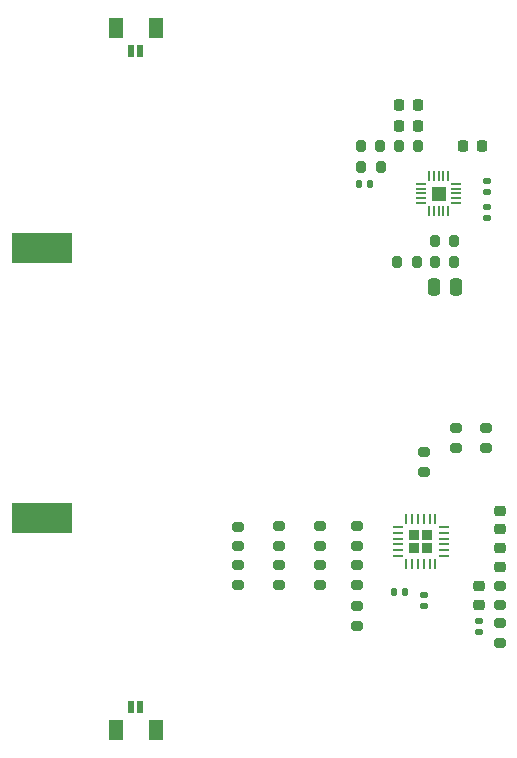
<source format=gtp>
%TF.GenerationSoftware,KiCad,Pcbnew,(6.0.0)*%
%TF.CreationDate,2022-08-30T12:58:24+02:00*%
%TF.ProjectId,OBJEX-EHDK_v1.0,4f424a45-582d-4454-9844-4b5f76312e30,1.0*%
%TF.SameCoordinates,Original*%
%TF.FileFunction,Paste,Top*%
%TF.FilePolarity,Positive*%
%FSLAX46Y46*%
G04 Gerber Fmt 4.6, Leading zero omitted, Abs format (unit mm)*
G04 Created by KiCad (PCBNEW (6.0.0)) date 2022-08-30 12:58:24*
%MOMM*%
%LPD*%
G01*
G04 APERTURE LIST*
G04 Aperture macros list*
%AMRoundRect*
0 Rectangle with rounded corners*
0 $1 Rounding radius*
0 $2 $3 $4 $5 $6 $7 $8 $9 X,Y pos of 4 corners*
0 Add a 4 corners polygon primitive as box body*
4,1,4,$2,$3,$4,$5,$6,$7,$8,$9,$2,$3,0*
0 Add four circle primitives for the rounded corners*
1,1,$1+$1,$2,$3*
1,1,$1+$1,$4,$5*
1,1,$1+$1,$6,$7*
1,1,$1+$1,$8,$9*
0 Add four rect primitives between the rounded corners*
20,1,$1+$1,$2,$3,$4,$5,0*
20,1,$1+$1,$4,$5,$6,$7,0*
20,1,$1+$1,$6,$7,$8,$9,0*
20,1,$1+$1,$8,$9,$2,$3,0*%
G04 Aperture macros list end*
%ADD10C,0.010000*%
%ADD11RoundRect,0.200000X-0.275000X0.200000X-0.275000X-0.200000X0.275000X-0.200000X0.275000X0.200000X0*%
%ADD12RoundRect,0.232500X-0.232500X-0.232500X0.232500X-0.232500X0.232500X0.232500X-0.232500X0.232500X0*%
%ADD13RoundRect,0.062500X-0.375000X-0.062500X0.375000X-0.062500X0.375000X0.062500X-0.375000X0.062500X0*%
%ADD14RoundRect,0.062500X-0.062500X-0.375000X0.062500X-0.375000X0.062500X0.375000X-0.062500X0.375000X0*%
%ADD15R,0.500000X1.000000*%
%ADD16R,1.200000X1.700000*%
%ADD17RoundRect,0.200000X0.200000X0.275000X-0.200000X0.275000X-0.200000X-0.275000X0.200000X-0.275000X0*%
%ADD18R,5.100000X2.500000*%
%ADD19RoundRect,0.225000X0.225000X0.250000X-0.225000X0.250000X-0.225000X-0.250000X0.225000X-0.250000X0*%
%ADD20RoundRect,0.140000X-0.170000X0.140000X-0.170000X-0.140000X0.170000X-0.140000X0.170000X0.140000X0*%
%ADD21RoundRect,0.140000X0.140000X0.170000X-0.140000X0.170000X-0.140000X-0.170000X0.140000X-0.170000X0*%
%ADD22RoundRect,0.250000X0.250000X0.475000X-0.250000X0.475000X-0.250000X-0.475000X0.250000X-0.475000X0*%
%ADD23RoundRect,0.200000X0.275000X-0.200000X0.275000X0.200000X-0.275000X0.200000X-0.275000X-0.200000X0*%
%ADD24RoundRect,0.218750X0.256250X-0.218750X0.256250X0.218750X-0.256250X0.218750X-0.256250X-0.218750X0*%
%ADD25RoundRect,0.225000X0.250000X-0.225000X0.250000X0.225000X-0.250000X0.225000X-0.250000X-0.225000X0*%
%ADD26O,0.850000X0.200000*%
%ADD27O,0.200000X0.850000*%
%ADD28RoundRect,0.218750X0.218750X0.256250X-0.218750X0.256250X-0.218750X-0.256250X0.218750X-0.256250X0*%
%ADD29RoundRect,0.140000X0.170000X-0.140000X0.170000X0.140000X-0.170000X0.140000X-0.170000X-0.140000X0*%
%ADD30RoundRect,0.225000X-0.250000X0.225000X-0.250000X-0.225000X0.250000X-0.225000X0.250000X0.225000X0*%
G04 APERTURE END LIST*
D10*
%TO.C,U1*%
X134809610Y-74410000D02*
X135890000Y-74410000D01*
X135890000Y-74410000D02*
X135890000Y-75490390D01*
X135890000Y-75490390D02*
X134809610Y-75490390D01*
X134809610Y-75490390D02*
X134809610Y-74410000D01*
G36*
X135890000Y-75490390D02*
G01*
X134809610Y-75490390D01*
X134809610Y-74410000D01*
X135890000Y-74410000D01*
X135890000Y-75490390D01*
G37*
X135890000Y-75490390D02*
X134809610Y-75490390D01*
X134809610Y-74410000D01*
X135890000Y-74410000D01*
X135890000Y-75490390D01*
%TD*%
D11*
%TO.C,R13*%
X121825000Y-106425000D03*
X121825000Y-108075000D03*
%TD*%
D12*
%TO.C,U2*%
X133250000Y-103850000D03*
X134400000Y-103850000D03*
X133250000Y-105000000D03*
X134400000Y-105000000D03*
D13*
X131887500Y-103175000D03*
X131887500Y-103675000D03*
X131887500Y-104175000D03*
X131887500Y-104675000D03*
X131887500Y-105175000D03*
X131887500Y-105675000D03*
D14*
X132575000Y-106362500D03*
X133075000Y-106362500D03*
X133575000Y-106362500D03*
X134075000Y-106362500D03*
X134575000Y-106362500D03*
X135075000Y-106362500D03*
D13*
X135762500Y-105675000D03*
X135762500Y-105175000D03*
X135762500Y-104675000D03*
X135762500Y-104175000D03*
X135762500Y-103675000D03*
X135762500Y-103175000D03*
D14*
X135075000Y-102487500D03*
X134575000Y-102487500D03*
X134075000Y-102487500D03*
X133575000Y-102487500D03*
X133075000Y-102487500D03*
X132575000Y-102487500D03*
%TD*%
D11*
%TO.C,R12*%
X121825000Y-103150000D03*
X121825000Y-104800000D03*
%TD*%
D15*
%TO.C,J2*%
X110100000Y-62875000D03*
X109300000Y-62875000D03*
D16*
X111400000Y-60925000D03*
X108000000Y-60925000D03*
%TD*%
D17*
%TO.C,R2*%
X136650000Y-79000000D03*
X135000000Y-79000000D03*
%TD*%
D18*
%TO.C,BT1*%
X101800000Y-79550000D03*
X101800000Y-102450000D03*
%TD*%
D19*
%TO.C,C1*%
X133575000Y-67475000D03*
X132025000Y-67475000D03*
%TD*%
D17*
%TO.C,R3*%
X133475000Y-80800000D03*
X131825000Y-80800000D03*
%TD*%
D20*
%TO.C,C6*%
X139450000Y-76070000D03*
X139450000Y-77030000D03*
%TD*%
D21*
%TO.C,C3*%
X129530000Y-74125000D03*
X128570000Y-74125000D03*
%TD*%
D17*
%TO.C,R4*%
X133625000Y-70975000D03*
X131975000Y-70975000D03*
%TD*%
D15*
%TO.C,J5*%
X109300000Y-118425000D03*
X110100000Y-118425000D03*
D16*
X108000000Y-120375000D03*
X111400000Y-120375000D03*
%TD*%
D22*
%TO.C,C4*%
X136850000Y-82850000D03*
X134950000Y-82850000D03*
%TD*%
D23*
%TO.C,R8*%
X136775000Y-96500000D03*
X136775000Y-94850000D03*
%TD*%
D21*
%TO.C,C7*%
X132505000Y-108725000D03*
X131545000Y-108725000D03*
%TD*%
D11*
%TO.C,R16*%
X125275000Y-103150000D03*
X125275000Y-104800000D03*
%TD*%
%TO.C,R20*%
X128425000Y-109900000D03*
X128425000Y-111550000D03*
%TD*%
%TO.C,R15*%
X140500000Y-111350000D03*
X140500000Y-113000000D03*
%TD*%
%TO.C,R19*%
X128425000Y-106425000D03*
X128425000Y-108075000D03*
%TD*%
%TO.C,R17*%
X125275000Y-106425000D03*
X125275000Y-108075000D03*
%TD*%
D24*
%TO.C,L2*%
X138800000Y-109762500D03*
X138800000Y-108187500D03*
%TD*%
D25*
%TO.C,C9*%
X140500000Y-103375000D03*
X140500000Y-101825000D03*
%TD*%
D26*
%TO.C,U1*%
X133850000Y-74150000D03*
X133850000Y-74550000D03*
X133850000Y-74950000D03*
X133850000Y-75350000D03*
X133850000Y-75750000D03*
D27*
X134550000Y-76450000D03*
X134950000Y-76450000D03*
X135350000Y-76450000D03*
X135750000Y-76450000D03*
X136150000Y-76450000D03*
D26*
X136850000Y-75750000D03*
X136850000Y-75350000D03*
X136850000Y-74950000D03*
X136850000Y-74550000D03*
X136850000Y-74150000D03*
D27*
X136150000Y-73450000D03*
X135750000Y-73450000D03*
X135350000Y-73450000D03*
X134950000Y-73450000D03*
X134550000Y-73450000D03*
%TD*%
D17*
%TO.C,R1*%
X136675000Y-80800000D03*
X135025000Y-80800000D03*
%TD*%
D23*
%TO.C,R9*%
X134125000Y-98500000D03*
X134125000Y-96850000D03*
%TD*%
D28*
%TO.C,L1*%
X138987500Y-70975000D03*
X137412500Y-70975000D03*
%TD*%
D17*
%TO.C,R5*%
X130400000Y-70975000D03*
X128750000Y-70975000D03*
%TD*%
D19*
%TO.C,C2*%
X133575000Y-69225000D03*
X132025000Y-69225000D03*
%TD*%
D11*
%TO.C,R14*%
X140500000Y-108150000D03*
X140500000Y-109800000D03*
%TD*%
D29*
%TO.C,C11*%
X134075000Y-109880000D03*
X134075000Y-108920000D03*
%TD*%
%TO.C,C5*%
X139450000Y-74830000D03*
X139450000Y-73870000D03*
%TD*%
%TO.C,C8*%
X138800000Y-112125000D03*
X138800000Y-111165000D03*
%TD*%
D11*
%TO.C,R18*%
X128425000Y-103150000D03*
X128425000Y-104800000D03*
%TD*%
D30*
%TO.C,C10*%
X140500000Y-105000000D03*
X140500000Y-106550000D03*
%TD*%
D11*
%TO.C,R10*%
X118325000Y-103175000D03*
X118325000Y-104825000D03*
%TD*%
D23*
%TO.C,R7*%
X139375000Y-96500000D03*
X139375000Y-94850000D03*
%TD*%
D17*
%TO.C,R6*%
X130425000Y-72675000D03*
X128775000Y-72675000D03*
%TD*%
D11*
%TO.C,R11*%
X118325000Y-106425000D03*
X118325000Y-108075000D03*
%TD*%
M02*

</source>
